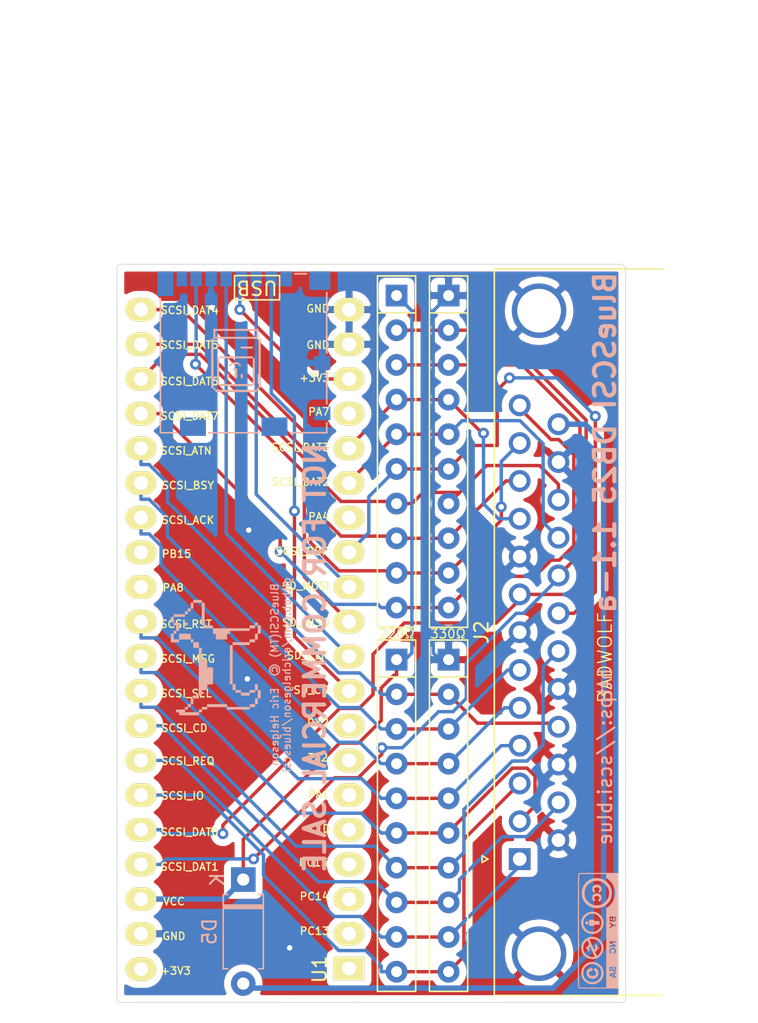
<source format=kicad_pcb>
(kicad_pcb (version 20171130) (host pcbnew "(5.1.12-1-10_14)")
  (layers (0 F.Cu signal) (31 B.Cu signal) (34 B.Paste user) (35 F.Paste user) (36 B.SilkS user) (37 F.SilkS user) (38 B.Mask user) (39 F.Mask user) (44 Edge.Cuts user))
  (net 0 "")
  (net 1 /SD_MISO)
  (net 2 GND)
  (net 3 /SD_CLK)
  (net 4 +3V3)
  (net 5 /SD_MOSI)
  (net 6 /SD_CS)
  (net 7 /SCSI_IO)
  (net 8 /SCSI_REQ)
  (net 9 /SCSI_CD)
  (net 10 /SCSI_SEL)
  (net 11 /SCSI_RST)
  (net 12 /SCSI_ACK)
  (net 13 /SCSI_BSY)
  (net 14 /SCSI_ATN)
  (net 15 /SCSI_MSG)
  (net 16 /SCSI_DBP)
  (net 17 /SCSI_DAT7)
  (net 18 /SCSI_DAT6)
  (net 19 /SCSI_DAT5)
  (net 20 /SCSI_DAT4)
  (net 21 /SCSI_DAT3)
  (net 22 /SCSI_DAT2)
  (net 23 /SCSI_DAT1)
  (net 24 /SCSI_DAT0)
  (net 25 VCC)
  (net 26 /TERM_PWR)
  (module BlueSCSILogo:dogcow (layer B.Cu) (at 95.085 124.705 270)
    (fp_text reference G001 hide)
    (fp_text value LOGO hide)
  )
  (module BlueSCSILogo:mac_happy_small (layer B.Cu) (at 96.585 102.955)
    (fp_text reference G004 hide)
    (fp_text value LOGO hide)
  )
  (module BlueSCSILogo:cc_by_nc_sa_front_silk_screen (layer B.Cu) (at 123.085 144.705 270)
    (fp_text reference G002 hide)
    (fp_text value LOGO hide)
  )
  (module blue:BluePill_STM32F103C (layer F.Cu) (at 104.835 147.414 180)
    (fp_text reference U1 (at 2.159 -0.127 270) (layer F.SilkS))
    (fp_text value BluePill_STM32F103C hide)
    (pad 40 thru_hole oval (at 15.24 -0.1016 270) (size 1.7272 2.25) (drill 1.016) (layers *.Cu *.Mask F.SilkS) (net 4 +3V3))
    (pad 39 thru_hole oval (at 15.24 2.4892 270) (size 1.7272 2.25) (drill 1.016) (layers *.Cu *.Mask F.SilkS) (net 2 GND))
    (pad 38 thru_hole oval (at 15.24 5.0292 270) (size 1.7272 2.25) (drill 1.016) (layers *.Cu *.Mask F.SilkS) (net 25 VCC))
    (pad 37 thru_hole oval (at 15.24 7.5692 270) (size 1.7272 2.25) (drill 1.016) (layers *.Cu *.Mask F.SilkS) (net 23 /SCSI_DAT1))
    (pad 36 thru_hole oval (at 15.24 10.1092 270) (size 1.7272 2.25) (drill 1.016) (layers *.Cu *.Mask F.SilkS) (net 24 /SCSI_DAT0))
    (pad 35 thru_hole oval (at 15.24 12.6492 270) (size 1.7272 2.25) (drill 1.016) (layers *.Cu *.Mask F.SilkS) (net 7 /SCSI_IO))
    (pad 34 thru_hole oval (at 15.24 15.1892 270) (size 1.7272 2.25) (drill 1.016) (layers *.Cu *.Mask F.SilkS) (net 8 /SCSI_REQ))
    (pad 33 thru_hole oval (at 15.24 17.7292 270) (size 1.7272 2.25) (drill 1.016) (layers *.Cu *.Mask F.SilkS) (net 9 /SCSI_CD))
    (pad 32 thru_hole oval (at 15.24 20.2692 270) (size 1.7272 2.25) (drill 1.016) (layers *.Cu *.Mask F.SilkS) (net 10 /SCSI_SEL))
    (pad 31 thru_hole oval (at 15.24 22.8092 270) (size 1.7272 2.25) (drill 1.016) (layers *.Cu *.Mask F.SilkS) (net 15 /SCSI_MSG))
    (pad 30 thru_hole oval (at 15.24 25.3492 270) (size 1.7272 2.25) (drill 1.016) (layers *.Cu *.Mask F.SilkS) (net 11 /SCSI_RST))
    (pad 29 thru_hole oval (at 15.24 27.8892 270) (size 1.7272 2.25) (drill 1.016) (layers *.Cu *.Mask F.SilkS))
    (pad 28 thru_hole oval (at 15.24 30.4292 270) (size 1.7272 2.25) (drill 1.016) (layers *.Cu *.Mask F.SilkS))
    (pad 27 thru_hole oval (at 15.24 32.9692 270) (size 1.7272 2.25) (drill 1.016) (layers *.Cu *.Mask F.SilkS) (net 12 /SCSI_ACK))
    (pad 26 thru_hole oval (at 15.24 35.5092 270) (size 1.7272 2.25) (drill 1.016) (layers *.Cu *.Mask F.SilkS) (net 13 /SCSI_BSY))
    (pad 25 thru_hole oval (at 15.24 38.0492 270) (size 1.7272 2.25) (drill 1.016) (layers *.Cu *.Mask F.SilkS) (net 14 /SCSI_ATN))
    (pad 24 thru_hole oval (at 15.24 40.5892 270) (size 1.7272 2.25) (drill 1.016) (layers *.Cu *.Mask F.SilkS) (net 17 /SCSI_DAT7))
    (pad 23 thru_hole oval (at 15.24 43.1292 270) (size 1.7272 2.25) (drill 1.016) (layers *.Cu *.Mask F.SilkS) (net 18 /SCSI_DAT6))
    (pad 22 thru_hole oval (at 15.24 45.6692 270) (size 1.7272 2.25) (drill 1.016) (layers *.Cu *.Mask F.SilkS) (net 19 /SCSI_DAT5))
    (pad 21 thru_hole oval (at 15.24 48.2092 270) (size 1.7272 2.25) (drill 1.016) (layers *.Cu *.Mask F.SilkS) (net 20 /SCSI_DAT4))
    (pad 20 thru_hole oval (at 0 48.2092 90) (size 1.7272 2.25) (drill 1.016) (layers *.Cu *.Mask F.SilkS) (net 2 GND))
    (pad 19 thru_hole oval (at 0 45.6692 90) (size 1.7272 2.25) (drill 1.016) (layers *.Cu *.Mask F.SilkS) (net 2 GND))
    (pad 18 thru_hole oval (at 0 43.1292 90) (size 1.7272 2.25) (drill 1.016) (layers *.Cu *.Mask F.SilkS) (net 4 +3V3))
    (pad 17 thru_hole oval (at 0 40.5892 90) (size 1.7272 2.25) (drill 1.016) (layers *.Cu *.Mask F.SilkS))
    (pad 16 thru_hole oval (at 0 38.0492 90) (size 1.7272 2.25) (drill 1.016) (layers *.Cu *.Mask F.SilkS) (net 21 /SCSI_DAT3))
    (pad 15 thru_hole oval (at 0 35.5092 90) (size 1.7272 2.25) (drill 1.016) (layers *.Cu *.Mask F.SilkS) (net 22 /SCSI_DAT2))
    (pad 14 thru_hole oval (at 0 32.9692 90) (size 1.7272 2.25) (drill 1.016) (layers *.Cu *.Mask F.SilkS))
    (pad 13 thru_hole oval (at 0 30.4292 90) (size 1.7272 2.25) (drill 1.016) (layers *.Cu *.Mask F.SilkS) (net 16 /SCSI_DBP))
    (pad 12 thru_hole oval (at 0 27.8892 90) (size 1.7272 2.25) (drill 1.016) (layers *.Cu *.Mask F.SilkS) (net 5 /SD_MOSI))
    (pad 11 thru_hole oval (at 0 25.3492 90) (size 1.7272 2.25) (drill 1.016) (layers *.Cu *.Mask F.SilkS) (net 1 /SD_MISO))
    (pad 10 thru_hole oval (at 0 22.8092 90) (size 1.7272 2.25) (drill 1.016) (layers *.Cu *.Mask F.SilkS) (net 3 /SD_CLK))
    (pad 9 thru_hole oval (at 0 20.2692 90) (size 1.7272 2.25) (drill 1.016) (layers *.Cu *.Mask F.SilkS) (net 6 /SD_CS))
    (pad 8 thru_hole oval (at 0 17.7292 90) (size 1.7272 2.25) (drill 1.016) (layers *.Cu *.Mask F.SilkS))
    (pad 7 thru_hole oval (at 0 15.1892 90) (size 1.7272 2.25) (drill 1.016) (layers *.Cu *.Mask F.SilkS))
    (pad 6 thru_hole oval (at 0 12.6492 90) (size 1.7272 2.25) (drill 1.016) (layers *.Cu *.Mask F.SilkS))
    (pad 5 thru_hole oval (at 0 10.1092 90) (size 1.7272 2.25) (drill 1.016) (layers *.Cu *.Mask F.SilkS))
    (pad 4 thru_hole oval (at 0 7.5692 90) (size 1.7272 2.25) (drill 1.016) (layers *.Cu *.Mask F.SilkS))
    (pad 3 thru_hole oval (at 0 5.0292 90) (size 1.7272 2.25) (drill 1.016) (layers *.Cu *.Mask F.SilkS))
    (pad 2 thru_hole oval (at 0 2.4892 90) (size 1.7272 2.25) (drill 1.016) (layers *.Cu *.Mask F.SilkS))
    (pad 1 thru_hole rect (at 0 -0.0508 90) (size 1.7272 2.25) (drill 1.016) (layers *.Cu *.Mask F.SilkS))
  )
  (module Connector_Card:microSD_HC_Molex_104031-0811 (layer B.Cu) (at 97.13 102.405 180)
    (fp_text reference J5 hide)
    (fp_text value Micro_SD_Card)
    (pad 11 smd rect (at 3.73 -5.375 180) (size 1.9 1.35) (layers B.Cu B.Paste B.Mask))
    (pad 11 smd rect (at -2.24 -5.375 180) (size 1.9 1.35) (layers B.Cu B.Paste B.Mask))
    (pad 9 smd rect (at -5.74 -0.7 180) (size 1.2 1) (layers B.Cu B.Paste B.Mask) (net 2 GND))
    (pad 10 smd rect (at -5.74 -4.4 180) (size 1.2 1) (layers B.Cu B.Paste B.Mask))
    (pad 11 smd rect (at -5.565 5.325 180) (size 1.55 1.35) (layers B.Cu B.Paste B.Mask))
    (pad 11 smd rect (at 5.755 5.1 180) (size 1.17 1.8) (layers B.Cu B.Paste B.Mask))
    (pad 7 smd rect (at 3.495 5.45 180) (size 0.85 1.1) (layers B.Cu B.Paste B.Mask) (net 1 /SD_MISO))
    (pad 6 smd rect (at 2.395 5.45 180) (size 0.85 1.1) (layers B.Cu B.Paste B.Mask) (net 2 GND))
    (pad 5 smd rect (at 1.295 5.45 180) (size 0.85 1.1) (layers B.Cu B.Paste B.Mask) (net 3 /SD_CLK))
    (pad 4 smd rect (at 0.195 5.45 180) (size 0.85 1.1) (layers B.Cu B.Paste B.Mask) (net 4 +3V3))
    (pad 3 smd rect (at -0.905 5.45 180) (size 0.85 1.1) (layers B.Cu B.Paste B.Mask) (net 5 /SD_MOSI))
    (pad 2 smd rect (at -2.005 5.45 180) (size 0.85 1.1) (layers B.Cu B.Paste B.Mask) (net 6 /SD_CS))
    (pad 8 smd rect (at 4.545 5.45 180) (size 0.75 1.1) (layers B.Cu B.Paste B.Mask))
    (pad 1 smd rect (at -3.105 5.45 180) (size 0.85 1.1) (layers B.Cu B.Paste B.Mask))
  )
  (module Resistor_THT:R_Array_SIP10 (layer F.Cu) (at 108.315 98.175 270)
    (fp_text reference RN1 hide)
    (fp_text value 220)
    (pad 1 thru_hole rect (at 0 0 270) (size 1.6 1.6) (drill 0.8) (layers *.Cu *.Mask) (net 25 VCC))
    (pad 2 thru_hole oval (at 2.54 0 270) (size 1.6 1.6) (drill 0.8) (layers *.Cu *.Mask) (net 24 /SCSI_DAT0))
    (pad 3 thru_hole oval (at 5.08 0 270) (size 1.6 1.6) (drill 0.8) (layers *.Cu *.Mask) (net 23 /SCSI_DAT1))
    (pad 4 thru_hole oval (at 7.62 0 270) (size 1.6 1.6) (drill 0.8) (layers *.Cu *.Mask) (net 21 /SCSI_DAT3))
    (pad 5 thru_hole oval (at 10.16 0 270) (size 1.6 1.6) (drill 0.8) (layers *.Cu *.Mask) (net 22 /SCSI_DAT2))
    (pad 6 thru_hole oval (at 12.7 0 270) (size 1.6 1.6) (drill 0.8) (layers *.Cu *.Mask) (net 16 /SCSI_DBP))
    (pad 7 thru_hole oval (at 15.24 0 270) (size 1.6 1.6) (drill 0.8) (layers *.Cu *.Mask) (net 20 /SCSI_DAT4))
    (pad 8 thru_hole oval (at 17.78 0 270) (size 1.6 1.6) (drill 0.8) (layers *.Cu *.Mask) (net 19 /SCSI_DAT5))
    (pad 9 thru_hole oval (at 20.32 0 270) (size 1.6 1.6) (drill 0.8) (layers *.Cu *.Mask) (net 18 /SCSI_DAT6))
    (pad 10 thru_hole oval (at 22.86 0 270) (size 1.6 1.6) (drill 0.8) (layers *.Cu *.Mask) (net 17 /SCSI_DAT7))
  )
  (module Resistor_THT:R_Array_SIP10 (layer F.Cu) (at 112.125 98.175 270)
    (fp_text reference RN2 hide)
    (fp_text value 330)
    (pad 1 thru_hole rect (at 0 0 270) (size 1.6 1.6) (drill 0.8) (layers *.Cu *.Mask) (net 2 GND))
    (pad 2 thru_hole oval (at 2.54 0 270) (size 1.6 1.6) (drill 0.8) (layers *.Cu *.Mask) (net 24 /SCSI_DAT0))
    (pad 3 thru_hole oval (at 5.08 0 270) (size 1.6 1.6) (drill 0.8) (layers *.Cu *.Mask) (net 23 /SCSI_DAT1))
    (pad 4 thru_hole oval (at 7.62 0 270) (size 1.6 1.6) (drill 0.8) (layers *.Cu *.Mask) (net 21 /SCSI_DAT3))
    (pad 5 thru_hole oval (at 10.16 0 270) (size 1.6 1.6) (drill 0.8) (layers *.Cu *.Mask) (net 22 /SCSI_DAT2))
    (pad 6 thru_hole oval (at 12.7 0 270) (size 1.6 1.6) (drill 0.8) (layers *.Cu *.Mask) (net 16 /SCSI_DBP))
    (pad 7 thru_hole oval (at 15.24 0 270) (size 1.6 1.6) (drill 0.8) (layers *.Cu *.Mask) (net 20 /SCSI_DAT4))
    (pad 8 thru_hole oval (at 17.78 0 270) (size 1.6 1.6) (drill 0.8) (layers *.Cu *.Mask) (net 19 /SCSI_DAT5))
    (pad 9 thru_hole oval (at 20.32 0 270) (size 1.6 1.6) (drill 0.8) (layers *.Cu *.Mask) (net 18 /SCSI_DAT6))
    (pad 10 thru_hole oval (at 22.86 0 270) (size 1.6 1.6) (drill 0.8) (layers *.Cu *.Mask) (net 17 /SCSI_DAT7))
  )
  (module Resistor_THT:R_Array_SIP10 (layer F.Cu) (at 108.315 124.845 270)
    (fp_text reference RN3 hide)
    (fp_text value 220)
    (pad 10 thru_hole oval (at 22.86 0 270) (size 1.6 1.6) (drill 0.8) (layers *.Cu *.Mask) (net 7 /SCSI_IO))
    (pad 9 thru_hole oval (at 20.32 0 270) (size 1.6 1.6) (drill 0.8) (layers *.Cu *.Mask) (net 8 /SCSI_REQ))
    (pad 8 thru_hole oval (at 17.78 0 270) (size 1.6 1.6) (drill 0.8) (layers *.Cu *.Mask) (net 9 /SCSI_CD))
    (pad 7 thru_hole oval (at 15.24 0 270) (size 1.6 1.6) (drill 0.8) (layers *.Cu *.Mask) (net 10 /SCSI_SEL))
    (pad 6 thru_hole oval (at 12.7 0 270) (size 1.6 1.6) (drill 0.8) (layers *.Cu *.Mask) (net 15 /SCSI_MSG))
    (pad 5 thru_hole oval (at 10.16 0 270) (size 1.6 1.6) (drill 0.8) (layers *.Cu *.Mask) (net 11 /SCSI_RST))
    (pad 4 thru_hole oval (at 7.62 0 270) (size 1.6 1.6) (drill 0.8) (layers *.Cu *.Mask) (net 12 /SCSI_ACK))
    (pad 3 thru_hole oval (at 5.08 0 270) (size 1.6 1.6) (drill 0.8) (layers *.Cu *.Mask) (net 13 /SCSI_BSY))
    (pad 2 thru_hole oval (at 2.54 0 270) (size 1.6 1.6) (drill 0.8) (layers *.Cu *.Mask) (net 14 /SCSI_ATN))
    (pad 1 thru_hole rect (at 0 0 270) (size 1.6 1.6) (drill 0.8) (layers *.Cu *.Mask) (net 25 VCC))
  )
  (module Resistor_THT:R_Array_SIP10 (layer F.Cu) (at 112.125 124.845 270)
    (fp_text reference RN4 hide)
    (fp_text value 330)
    (pad 10 thru_hole oval (at 22.86 0 270) (size 1.6 1.6) (drill 0.8) (layers *.Cu *.Mask) (net 7 /SCSI_IO))
    (pad 9 thru_hole oval (at 20.32 0 270) (size 1.6 1.6) (drill 0.8) (layers *.Cu *.Mask) (net 8 /SCSI_REQ))
    (pad 8 thru_hole oval (at 17.78 0 270) (size 1.6 1.6) (drill 0.8) (layers *.Cu *.Mask) (net 9 /SCSI_CD))
    (pad 7 thru_hole oval (at 15.24 0 270) (size 1.6 1.6) (drill 0.8) (layers *.Cu *.Mask) (net 10 /SCSI_SEL))
    (pad 6 thru_hole oval (at 12.7 0 270) (size 1.6 1.6) (drill 0.8) (layers *.Cu *.Mask) (net 15 /SCSI_MSG))
    (pad 5 thru_hole oval (at 10.16 0 270) (size 1.6 1.6) (drill 0.8) (layers *.Cu *.Mask) (net 11 /SCSI_RST))
    (pad 4 thru_hole oval (at 7.62 0 270) (size 1.6 1.6) (drill 0.8) (layers *.Cu *.Mask) (net 12 /SCSI_ACK))
    (pad 3 thru_hole oval (at 5.08 0 270) (size 1.6 1.6) (drill 0.8) (layers *.Cu *.Mask) (net 13 /SCSI_BSY))
    (pad 2 thru_hole oval (at 2.54 0 270) (size 1.6 1.6) (drill 0.8) (layers *.Cu *.Mask) (net 14 /SCSI_ATN))
    (pad 1 thru_hole rect (at 0 0 270) (size 1.6 1.6) (drill 0.8) (layers *.Cu *.Mask) (net 2 GND))
  )
  (module Diode_THT:D_A-405_P7.62mm_Horizontal (layer B.Cu) (at 97.085 140.955 270)
    (fp_text reference D5 (at 3.81 2.47 270) (layer B.SilkS) (effects (justify mirror)))
    (fp_text value Diode)
    (fp_text user K (at 0 1.9 270) (layer B.SilkS) (effects (justify mirror)))
    (pad 1 thru_hole rect (at 0 0 270) (size 1.8 1.8) (drill 0.9) (layers *.Cu *.Mask) (net 25 VCC))
    (pad 2 thru_hole oval (at 7.62 0 270) (size 1.8 1.8) (drill 0.9) (layers *.Cu *.Mask) (net 26 /TERM_PWR))
  )
  (module Connector_Dsub:DSUB-25_Male_Horizontal_P2.77x2.84mm_EdgePinOffset7.70mm_Housed_MountingHolesOffset9.12mm (layer F.Cu) (at 117.335 139.455 90)
    (fp_text reference J2 (at 16.62 -2.8 90) (layer F.SilkS))
    (fp_text value DB25_Male_MountingHoles)
    (pad 1 thru_hole rect (at 0 0 90) (size 1.6 1.6) (drill 1) (layers *.Cu *.Mask) (net 8 /SCSI_REQ))
    (pad 2 thru_hole circle (at 2.77 0 90) (size 1.6 1.6) (drill 1) (layers *.Cu *.Mask) (net 15 /SCSI_MSG))
    (pad 3 thru_hole circle (at 5.54 0 90) (size 1.6 1.6) (drill 1) (layers *.Cu *.Mask) (net 7 /SCSI_IO))
    (pad 4 thru_hole circle (at 8.31 0 90) (size 1.6 1.6) (drill 1) (layers *.Cu *.Mask) (net 11 /SCSI_RST))
    (pad 5 thru_hole circle (at 11.08 0 90) (size 1.6 1.6) (drill 1) (layers *.Cu *.Mask) (net 12 /SCSI_ACK))
    (pad 6 thru_hole circle (at 13.85 0 90) (size 1.6 1.6) (drill 1) (layers *.Cu *.Mask) (net 13 /SCSI_BSY))
    (pad 7 thru_hole circle (at 16.62 0 90) (size 1.6 1.6) (drill 1) (layers *.Cu *.Mask) (net 2 GND))
    (pad 8 thru_hole circle (at 19.39 0 90) (size 1.6 1.6) (drill 1) (layers *.Cu *.Mask) (net 24 /SCSI_DAT0))
    (pad 9 thru_hole circle (at 22.16 0 90) (size 1.6 1.6) (drill 1) (layers *.Cu *.Mask) (net 2 GND))
    (pad 10 thru_hole circle (at 24.93 0 90) (size 1.6 1.6) (drill 1) (layers *.Cu *.Mask) (net 21 /SCSI_DAT3))
    (pad 11 thru_hole circle (at 27.7 0 90) (size 1.6 1.6) (drill 1) (layers *.Cu *.Mask) (net 19 /SCSI_DAT5))
    (pad 12 thru_hole circle (at 30.47 0 90) (size 1.6 1.6) (drill 1) (layers *.Cu *.Mask) (net 18 /SCSI_DAT6))
    (pad 13 thru_hole circle (at 33.24 0 90) (size 1.6 1.6) (drill 1) (layers *.Cu *.Mask) (net 17 /SCSI_DAT7))
    (pad 14 thru_hole circle (at 1.385 2.84 90) (size 1.6 1.6) (drill 1) (layers *.Cu *.Mask) (net 2 GND))
    (pad 15 thru_hole circle (at 4.155 2.84 90) (size 1.6 1.6) (drill 1) (layers *.Cu *.Mask) (net 9 /SCSI_CD))
    (pad 16 thru_hole circle (at 6.925 2.84 90) (size 1.6 1.6) (drill 1) (layers *.Cu *.Mask) (net 2 GND))
    (pad 17 thru_hole circle (at 9.695 2.84 90) (size 1.6 1.6) (drill 1) (layers *.Cu *.Mask) (net 14 /SCSI_ATN))
    (pad 18 thru_hole circle (at 12.465 2.84 90) (size 1.6 1.6) (drill 1) (layers *.Cu *.Mask) (net 2 GND))
    (pad 19 thru_hole circle (at 15.235 2.84 90) (size 1.6 1.6) (drill 1) (layers *.Cu *.Mask) (net 10 /SCSI_SEL))
    (pad 20 thru_hole circle (at 18.005 2.84 90) (size 1.6 1.6) (drill 1) (layers *.Cu *.Mask) (net 16 /SCSI_DBP))
    (pad 21 thru_hole circle (at 20.775 2.84 90) (size 1.6 1.6) (drill 1) (layers *.Cu *.Mask) (net 23 /SCSI_DAT1))
    (pad 22 thru_hole circle (at 23.545 2.84 90) (size 1.6 1.6) (drill 1) (layers *.Cu *.Mask) (net 22 /SCSI_DAT2))
    (pad 23 thru_hole circle (at 26.315 2.84 90) (size 1.6 1.6) (drill 1) (layers *.Cu *.Mask) (net 20 /SCSI_DAT4))
    (pad 24 thru_hole circle (at 29.085 2.84 90) (size 1.6 1.6) (drill 1) (layers *.Cu *.Mask) (net 2 GND))
    (pad 25 thru_hole circle (at 31.855 2.84 90) (size 1.6 1.6) (drill 1) (layers *.Cu *.Mask) (net 26 /TERM_PWR))
    (pad 0 thru_hole circle (at -6.93 1.42 90) (size 4 4) (drill 3.2) (layers *.Cu *.Mask) (net 2 GND))
    (pad 0 thru_hole circle (at 40.17 1.42 90) (size 4 4) (drill 3.2) (layers *.Cu *.Mask) (net 2 GND))
  )
  (gr_text SCSI_ACK (at 93.027 114.622) (layer F.SilkS) (effects (font (size 0.55 0.55) (thickness 0.1))))
  (gr_arc (start 124.841 149.705) (end 124.841 149.959) (angle -90) (layer Edge.Cuts) (width 0.05))
  (gr_arc (start 88.085 149.701) (end 87.831 149.701) (angle -90) (layer Edge.Cuts) (width 0.05))
  (gr_arc (start 88.089 96.139) (end 88.089 95.885) (angle -90) (layer Edge.Cuts) (width 0.05))
  (gr_arc (start 124.714 96.266) (end 125.095 96.266) (angle -90) (layer Edge.Cuts) (width 0.05))
  (gr_text PA1 (at 102.6195 134.692) (layer F.SilkS) (effects (font (size 0.55 0.55) (thickness 0.1))))
  (gr_text PA7 (at 102.6195 106.6885) (layer F.SilkS) (effects (font (size 0.55 0.55) (thickness 0.1))))
  (gr_text PA4 (at 102.6195 114.372) (layer F.SilkS) (effects (font (size 0.55 0.55) (thickness 0.1))))
  (gr_text PA8 (at 91.9475 119.575) (layer F.SilkS) (effects (font (size 0.55 0.55) (thickness 0.1))))
  (gr_text PB15 (at 92.2015 117.0985) (layer F.SilkS) (effects (font (size 0.55 0.55) (thickness 0.1))))
  (gr_text PC15 (at 102.2385 139.7085) (layer F.SilkS) (effects (font (size 0.55 0.55) (thickness 0.1))))
  (gr_text PC14 (at 102.302 142.185) (layer F.SilkS) (effects (font (size 0.55 0.55) (thickness 0.1))))
  (gr_text PC13 (at 102.302 144.725) (layer F.SilkS) (effects (font (size 0.55 0.55) (thickness 0.1))))
  (gr_text RX2 (at 102.556 129.485) (layer F.SilkS) (effects (font (size 0.55 0.55) (thickness 0.1))))
  (gr_text TX2 (at 102.556 132.025) (layer F.SilkS) (effects (font (size 0.55 0.55) (thickness 0.1))))
  (gr_text VCC (at 92.011 142.562) (layer F.SilkS) (effects (font (size 0.55 0.55) (thickness 0.1))))
  (gr_text GND (at 92.011 145.102) (layer F.SilkS) (effects (font (size 0.55 0.55) (thickness 0.1))))
  (gr_text +3V3 (at 92.138 147.642) (layer F.SilkS) (effects (font (size 0.55 0.55) (thickness 0.1))))
  (gr_text GND (at 102.556 99.132) (layer F.SilkS) (effects (font (size 0.55 0.55) (thickness 0.1))))
  (gr_text GND (at 102.556 101.799) (layer F.SilkS) (effects (font (size 0.55 0.55) (thickness 0.1))))
  (gr_text +3V3 (at 102.302 104.212) (layer F.SilkS) (effects (font (size 0.55 0.55) (thickness 0.1))))
  (gr_text SCSI_DAT3 (at 101.286 109.292) (layer F.SilkS) (effects (font (size 0.55 0.55) (thickness 0.1))))
  (gr_text SCSI_DAT2 (at 101.286 111.832) (layer F.SilkS) (effects (font (size 0.55 0.55) (thickness 0.1))))
  (gr_text SCSI_DBP (at 101.413 116.912) (layer F.SilkS) (effects (font (size 0.55 0.55) (thickness 0.1))))
  (gr_text SD_MOSI (at 101.667 119.452) (layer F.SilkS) (effects (font (size 0.55 0.55) (thickness 0.1))))
  (gr_text SD_MISO (at 101.667 122.119) (layer F.SilkS) (effects (font (size 0.55 0.55) (thickness 0.1))))
  (gr_text SD_CLK (at 101.794 124.532) (layer F.SilkS) (effects (font (size 0.55 0.55) (thickness 0.1))))
  (gr_text SD_CS (at 102.048 127.072) (layer F.SilkS) (effects (font (size 0.55 0.55) (thickness 0.1))))
  (gr_text LED (at 102.683 137.232) (layer F.SilkS) (effects (font (size 0.55 0.55) (thickness 0.1))))
  (gr_text SCSI_DAT1 (at 93.154 140.022) (layer F.SilkS) (effects (font (size 0.55 0.55) (thickness 0.1))))
  (gr_text SCSI_DAT0 (at 93.154 137.482) (layer F.SilkS) (effects (font (size 0.55 0.55) (thickness 0.1))))
  (gr_text SCSI_IO (at 92.646 134.815) (layer F.SilkS) (effects (font (size 0.55 0.55) (thickness 0.1))))
  (gr_text SCSI_REQ (at 93.027 132.275) (layer F.SilkS) (effects (font (size 0.55 0.55) (thickness 0.1))))
  (gr_text SCSI_CD (at 92.773 129.862) (layer F.SilkS) (effects (font (size 0.55 0.55) (thickness 0.1))))
  (gr_text SCSI_SEL (at 92.9 127.322) (layer F.SilkS) (effects (font (size 0.55 0.55) (thickness 0.1))))
  (gr_text SCSI_MSG (at 93.027 124.782) (layer F.SilkS) (effects (font (size 0.55 0.55) (thickness 0.1))))
  (gr_text SCSI_RST (at 92.9 122.242) (layer F.SilkS) (effects (font (size 0.55 0.55) (thickness 0.1))))
  (gr_text SCSI_BSY (at 93.027 112.082) (layer F.SilkS) (effects (font (size 0.55 0.55) (thickness 0.1))))
  (gr_text SCSI_ATN (at 92.9 109.542) (layer F.SilkS) (effects (font (size 0.55 0.55) (thickness 0.1))))
  (gr_text SCSI_DAT7 (at 93.154 107.002) (layer F.SilkS) (effects (font (size 0.55 0.55) (thickness 0.1))))
  (gr_text SCSI_DAT6 (at 93.154 104.462) (layer F.SilkS) (effects (font (size 0.55 0.55) (thickness 0.1))))
  (gr_text SCSI_DAT5 (at 93.154 101.795) (layer F.SilkS) (effects (font (size 0.55 0.55) (thickness 0.1))))
  (gr_text SCSI_DAT4 (at 93.154 99.255) (layer F.SilkS) (effects (font (size 0.55 0.55) (thickness 0.1))))
  (gr_text "BlueSCSI(TM) ©  Eric Helgeson\ngithub.com/erichelgeson/bluescsi" (at 99.835 125.955 90) (layer B.SilkS) (effects (font (size 0.55 0.55) (thickness 0.1)) (justify mirror)))
  (gr_line (start 99.746 96.711) (end 99.746 98.489) (layer F.SilkS) (width 0.12))
  (gr_line (start 96.5075 96.711) (end 99.746 96.711) (layer F.SilkS) (width 0.12))
  (gr_line (start 96.444 98.489) (end 99.746 98.489) (layer F.SilkS) (width 0.12))
  (gr_line (start 96.444 96.711) (end 96.444 98.489) (layer F.SilkS) (width 0.12))
  (gr_text https://scsi.blue (at 123.585 131.955 90) (layer B.SilkS) (effects (font (size 1 1)) (justify mirror)))
  (gr_text "BADWOLF\n" (at 123.585 124.705 90) (layer F.SilkS) (effects (font (size 1 1) (thickness 0.1))))
  (gr_text "NOT FOR COMMERCIAL SALE" (at 102.335 124.705 90) (layer B.SilkS) (effects (font (size 1.5 1.5) (thickness 0.3)) (justify mirror)))
  (gr_text USB (at 98.095 97.6 180) (layer F.SilkS) (effects (font (size 1 1))))
  (gr_text 330Ω (at 112.085 122.955) (layer F.SilkS) (effects (font (size 0.65 0.65) (thickness 0.1))))
  (gr_text 220Ω (at 108.335 122.955) (layer F.SilkS) (effects (font (size 0.65 0.65) (thickness 0.1))))
  (gr_line (start 124.841 149.959) (end 88.085 149.955) (layer Edge.Cuts) (width 0.05))
  (gr_line (start 124.714 95.885) (end 88.089 95.885) (layer Edge.Cuts) (width 0.05))
  (gr_line (start 125.095 149.705) (end 125.095 96.266) (layer Edge.Cuts) (width 0.05))
  (gr_line (start 87.831 149.701) (end 87.835 96.139) (layer Edge.Cuts) (width 0.05))
  (gr_text "BlueSCSI DB25 1.1-a" (at 123.585 108.955 90) (layer B.SilkS) (effects (font (size 1.5 1.5) (thickness 0.3)) (justify mirror)))
  (segment (start 104.8349 122.0649) (end 104.835 122.065) (width 0.25) (layer F.Cu) (net 1))
  (segment (start 93.585 103.205) (end 101.56 111.18) (width 0.25) (layer F.Cu) (net 1))
  (segment (start 101.56 111.18) (end 101.56 118.79) (width 0.25) (layer F.Cu) (net 1))
  (segment (start 101.56 118.79) (end 104.8349 122.0649) (width 0.25) (layer F.Cu) (net 1))
  (segment (start 104.835 122.0648) (end 104.8349 122.0649) (width 0.25) (layer F.Cu) (net 1))
  (segment (start 93.635 96.955) (end 93.635 103.155) (width 0.25) (layer B.Cu) (net 1))
  (segment (start 93.635 103.155) (end 93.585 103.205) (width 0.25) (layer B.Cu) (net 1))
  (via (at 93.585 103.205) (size 0.8) (layers F.Cu B.Cu) (net 1))
  (via (at 100.485 145.955) (size 0.8) (drill 0.4) (layers F.Cu B.Cu) (net 2))
  (segment (start 117.335 117.295) (end 117.335 116.955) (width 0.25) (layer F.Cu) (net 2))
  (segment (start 112.125 98.175) (end 111 99.3) (width 0.25) (layer B.Cu) (net 2))
  (segment (start 111 99.3) (end 111 124.356) (width 0.25) (layer B.Cu) (net 2))
  (segment (start 111 124.356) (end 111.807 125.163) (width 0.25) (layer B.Cu) (net 2))
  (via (at 94.785 99.055) (size 0.8) (drill 0.4) (layers F.Cu B.Cu) (net 2))
  (via (at 97.385 126.255) (size 0.8) (drill 0.4) (layers F.Cu B.Cu) (net 2))
  (via (at 97.485 115.355) (size 0.8) (drill 0.4) (layers F.Cu B.Cu) (net 2))
  (segment (start 104.8349 124.6049) (end 104.835 124.605) (width 0.25) (layer B.Cu) (net 3))
  (segment (start 95.835 96.955) (end 95.835 115.605) (width 0.25) (layer B.Cu) (net 3))
  (segment (start 95.835 115.605) (end 104.8349 124.6049) (width 0.25) (layer B.Cu) (net 3))
  (segment (start 104.835 124.6048) (end 104.8349 124.6049) (width 0.25) (layer B.Cu) (net 3))
  (segment (start 104.8348 104.285) (end 104.835 104.2848) (width 0.25) (layer F.Cu) (net 4))
  (segment (start 104.8348 104.285) (end 101.915 104.285) (width 0.25) (layer F.Cu) (net 4))
  (segment (start 101.915 104.285) (end 96.835 99.205) (width 0.25) (layer F.Cu) (net 4))
  (segment (start 104.835 104.285) (end 104.8348 104.285) (width 0.25) (layer F.Cu) (net 4))
  (segment (start 96.835 99.205) (end 96.835 97.055) (width 0.25) (layer B.Cu) (net 4))
  (segment (start 96.835 97.055) (end 96.935 96.955) (width 0.25) (layer B.Cu) (net 4))
  (via (at 96.835 99.205) (size 0.8) (layers F.Cu B.Cu) (net 4))
  (segment (start 104.8349 119.5249) (end 104.835 119.525) (width 0.25) (layer B.Cu) (net 5))
  (segment (start 98.035 96.955) (end 98.035 112.725) (width 0.25) (layer B.Cu) (net 5))
  (segment (start 98.035 112.725) (end 104.8349 119.5249) (width 0.25) (layer B.Cu) (net 5))
  (segment (start 104.835 119.5248) (end 104.8349 119.5249) (width 0.25) (layer B.Cu) (net 5))
  (segment (start 104.8349 127.1449) (end 104.835 127.145) (width 0.25) (layer F.Cu) (net 6))
  (segment (start 100.835 113.955) (end 100.835 123.145) (width 0.25) (layer F.Cu) (net 6))
  (segment (start 100.835 123.145) (end 104.8349 127.1449) (width 0.25) (layer F.Cu) (net 6))
  (segment (start 104.835 127.1448) (end 104.8349 127.1449) (width 0.25) (layer F.Cu) (net 6))
  (segment (start 99.135 96.955) (end 99.135 105.335) (width 0.25) (layer B.Cu) (net 6))
  (segment (start 99.135 105.335) (end 100.835 107.035) (width 0.25) (layer B.Cu) (net 6))
  (segment (start 100.835 107.035) (end 100.835 113.955) (width 0.25) (layer B.Cu) (net 6))
  (via (at 100.835 113.955) (size 0.8) (layers F.Cu B.Cu) (net 6))
  (segment (start 107.1897 147.705) (end 107.1897 147.283) (width 0.25) (layer B.Cu) (net 7))
  (segment (start 107.1897 147.283) (end 106.0621 146.1554) (width 0.25) (layer B.Cu) (net 7))
  (segment (start 106.0621 146.1554) (end 104.0759 146.1554) (width 0.25) (layer B.Cu) (net 7))
  (segment (start 104.0759 146.1554) (end 98.5691 140.6486) (width 0.25) (layer B.Cu) (net 7))
  (segment (start 98.5691 140.6486) (end 98.5691 139.1414) (width 0.25) (layer B.Cu) (net 7))
  (segment (start 98.5691 139.1414) (end 94.1925 134.7648) (width 0.25) (layer B.Cu) (net 7))
  (segment (start 94.1925 134.7648) (end 89.595 134.7648) (width 0.25) (layer B.Cu) (net 7))
  (segment (start 108.315 147.705) (end 107.1897 147.705) (width 0.25) (layer B.Cu) (net 7))
  (segment (start 117.335 133.915) (end 113.25 138) (width 0.25) (layer F.Cu) (net 7))
  (segment (start 113.25 138) (end 113.25 146.58) (width 0.25) (layer F.Cu) (net 7))
  (segment (start 113.25 146.58) (end 112.125 147.705) (width 0.25) (layer F.Cu) (net 7))
  (segment (start 108.315 147.705) (end 112.125 147.705) (width 0.25) (layer F.Cu) (net 7))
  (segment (start 107.1897 145.165) (end 105.6795 143.6548) (width 0.25) (layer B.Cu) (net 8))
  (segment (start 105.6795 143.6548) (end 103.7194 143.6548) (width 0.25) (layer B.Cu) (net 8))
  (segment (start 103.7194 143.6548) (end 92.2894 132.2248) (width 0.25) (layer B.Cu) (net 8))
  (segment (start 92.2894 132.2248) (end 89.595 132.2248) (width 0.25) (layer B.Cu) (net 8))
  (segment (start 108.315 145.165) (end 107.1897 145.165) (width 0.25) (layer B.Cu) (net 8))
  (segment (start 112.125 145.165) (end 117.335 139.955) (width 0.25) (layer B.Cu) (net 8))
  (segment (start 117.335 139.955) (end 117.335 139.455) (width 0.25) (layer B.Cu) (net 8))
  (segment (start 108.315 145.165) (end 112.125 145.165) (width 0.25) (layer F.Cu) (net 8))
  (segment (start 108.264 142.574) (end 106.8048 141.1148) (width 0.25) (layer B.Cu) (net 9))
  (segment (start 106.8048 141.1148) (end 102.575 141.1148) (width 0.25) (layer B.Cu) (net 9))
  (segment (start 102.575 141.1148) (end 91.145 129.6848) (width 0.25) (layer B.Cu) (net 9))
  (segment (start 91.145 129.6848) (end 89.595 129.6848) (width 0.25) (layer B.Cu) (net 9))
  (segment (start 108.264 142.574) (end 108.315 142.625) (width 0.25) (layer B.Cu) (net 9))
  (segment (start 112.125 142.625) (end 112.925 141.825) (width 0.25) (layer B.Cu) (net 9))
  (segment (start 112.925 141.825) (end 112.925 140.95) (width 0.25) (layer B.Cu) (net 9))
  (segment (start 112.925 140.95) (end 116.065 137.81) (width 0.25) (layer B.Cu) (net 9))
  (segment (start 116.065 137.81) (end 117.875 137.81) (width 0.25) (layer B.Cu) (net 9))
  (segment (start 117.875 137.81) (end 120.175 135.51) (width 0.25) (layer B.Cu) (net 9))
  (segment (start 120.175 135.51) (end 120.175 135.3) (width 0.25) (layer B.Cu) (net 9))
  (segment (start 108.315 142.625) (end 112.125 142.625) (width 0.25) (layer F.Cu) (net 9))
  (segment (start 89.595 127.1448) (end 89.595 128.3337) (width 0.25) (layer B.Cu) (net 10))
  (segment (start 89.595 128.3337) (end 90.7839 128.3337) (width 0.25) (layer B.Cu) (net 10))
  (segment (start 90.7839 128.3337) (end 100.9591 138.5089) (width 0.25) (layer B.Cu) (net 10))
  (segment (start 100.9591 138.5089) (end 106.7389 138.5089) (width 0.25) (layer B.Cu) (net 10))
  (segment (start 106.7389 138.5089) (end 108.264 140.034) (width 0.25) (layer B.Cu) (net 10))
  (segment (start 112.125 140.085) (end 113.25 138.96) (width 0.25) (layer B.Cu) (net 10))
  (segment (start 113.25 138.96) (end 113.25 135.815) (width 0.25) (layer B.Cu) (net 10))
  (segment (start 113.25 135.815) (end 116.795 132.27) (width 0.25) (layer B.Cu) (net 10))
  (segment (start 116.795 132.27) (end 117.875 132.27) (width 0.25) (layer B.Cu) (net 10))
  (segment (start 117.875 132.27) (end 119.05 131.095) (width 0.25) (layer B.Cu) (net 10))
  (segment (start 119.05 131.095) (end 119.05 125.345) (width 0.25) (layer B.Cu) (net 10))
  (segment (start 119.05 125.345) (end 120.175 124.22) (width 0.25) (layer B.Cu) (net 10))
  (segment (start 108.315 140.085) (end 112.125 140.085) (width 0.25) (layer F.Cu) (net 10))
  (segment (start 108.264 140.034) (end 108.315 140.085) (width 0.25) (layer B.Cu) (net 10))
  (segment (start 89.595 122.0648) (end 89.595 123.2537) (width 0.25) (layer B.Cu) (net 11))
  (segment (start 108.315 135.005) (end 107.1897 135.005) (width 0.25) (layer B.Cu) (net 11))
  (segment (start 107.1897 135.005) (end 105.7469 133.5622) (width 0.25) (layer B.Cu) (net 11))
  (segment (start 105.7469 133.5622) (end 101.0924 133.5622) (width 0.25) (layer B.Cu) (net 11))
  (segment (start 101.0924 133.5622) (end 90.7839 123.2537) (width 0.25) (layer B.Cu) (net 11))
  (segment (start 90.7839 123.2537) (end 89.595 123.2537) (width 0.25) (layer B.Cu) (net 11))
  (segment (start 117.335 131.145) (end 115.985 131.145) (width 0.25) (layer B.Cu) (net 11))
  (segment (start 115.985 131.145) (end 112.125 135.005) (width 0.25) (layer B.Cu) (net 11))
  (segment (start 108.315 135.005) (end 112.125 135.005) (width 0.25) (layer F.Cu) (net 11))
  (segment (start 89.595 114.4448) (end 89.595 115.6337) (width 0.25) (layer B.Cu) (net 12))
  (segment (start 108.315 132.465) (end 107.1897 132.465) (width 0.25) (layer B.Cu) (net 12))
  (segment (start 107.1897 132.465) (end 105.6232 130.8985) (width 0.25) (layer B.Cu) (net 12))
  (segment (start 105.6232 130.8985) (end 104.0682 130.8985) (width 0.25) (layer B.Cu) (net 12))
  (segment (start 104.0682 130.8985) (end 91.0687 117.899) (width 0.25) (layer B.Cu) (net 12))
  (segment (start 91.0687 117.899) (end 91.0687 116.513) (width 0.25) (layer B.Cu) (net 12))
  (segment (start 91.0687 116.513) (end 90.1894 115.6337) (width 0.25) (layer B.Cu) (net 12))
  (segment (start 90.1894 115.6337) (end 89.595 115.6337) (width 0.25) (layer B.Cu) (net 12))
  (segment (start 112.125 132.465) (end 116.215 128.375) (width 0.25) (layer B.Cu) (net 12))
  (segment (start 116.215 128.375) (end 117.335 128.375) (width 0.25) (layer B.Cu) (net 12))
  (segment (start 108.315 132.465) (end 112.125 132.465) (width 0.25) (layer F.Cu) (net 12))
  (segment (start 108.315 129.925) (end 107.1897 129.925) (width 0.25) (layer B.Cu) (net 13))
  (segment (start 89.595 111.9048) (end 89.595 113.0937) (width 0.25) (layer B.Cu) (net 13))
  (segment (start 89.595 113.0937) (end 90.1894 113.0937) (width 0.25) (layer B.Cu) (net 13))
  (segment (start 90.1894 113.0937) (end 91.5191 114.4234) (width 0.25) (layer B.Cu) (net 13))
  (segment (start 91.5191 114.4234) (end 91.5191 115.7743) (width 0.25) (layer B.Cu) (net 13))
  (segment (start 91.5191 115.7743) (end 104.1045 128.3597) (width 0.25) (layer B.Cu) (net 13))
  (segment (start 104.1045 128.3597) (end 105.6244 128.3597) (width 0.25) (layer B.Cu) (net 13))
  (segment (start 105.6244 128.3597) (end 107.1897 129.925) (width 0.25) (layer B.Cu) (net 13))
  (segment (start 112.125 129.925) (end 116.445 125.605) (width 0.25) (layer B.Cu) (net 13))
  (segment (start 116.445 125.605) (end 117.335 125.605) (width 0.25) (layer B.Cu) (net 13))
  (segment (start 108.315 129.925) (end 112.125 129.925) (width 0.25) (layer F.Cu) (net 13))
  (segment (start 89.595 109.3648) (end 89.595 110.5537) (width 0.25) (layer B.Cu) (net 14))
  (segment (start 108.315 127.385) (end 107.1897 127.385) (width 0.25) (layer B.Cu) (net 14))
  (segment (start 107.1897 127.385) (end 105.6244 125.8197) (width 0.25) (layer B.Cu) (net 14))
  (segment (start 105.6244 125.8197) (end 104.0776 125.8197) (width 0.25) (layer B.Cu) (net 14))
  (segment (start 104.0776 125.8197) (end 91.5271 113.2692) (width 0.25) (layer B.Cu) (net 14))
  (segment (start 91.5271 113.2692) (end 91.5271 111.8914) (width 0.25) (layer B.Cu) (net 14))
  (segment (start 91.5271 111.8914) (end 90.1894 110.5537) (width 0.25) (layer B.Cu) (net 14))
  (segment (start 90.1894 110.5537) (end 89.595 110.5537) (width 0.25) (layer B.Cu) (net 14))
  (segment (start 112.125 127.385) (end 114.24 129.5) (width 0.25) (layer F.Cu) (net 14))
  (segment (start 114.24 129.5) (end 119.915 129.5) (width 0.25) (layer F.Cu) (net 14))
  (segment (start 119.915 129.5) (end 120.175 129.76) (width 0.25) (layer F.Cu) (net 14))
  (segment (start 108.315 127.385) (end 112.125 127.385) (width 0.25) (layer F.Cu) (net 14))
  (segment (start 108.315 137.545) (end 107.1897 137.545) (width 0.25) (layer B.Cu) (net 15))
  (segment (start 89.595 124.6048) (end 89.595 125.7937) (width 0.25) (layer B.Cu) (net 15))
  (segment (start 89.595 125.7937) (end 90.7839 125.7937) (width 0.25) (layer B.Cu) (net 15))
  (segment (start 90.7839 125.7937) (end 101.0833 136.0931) (width 0.25) (layer B.Cu) (net 15))
  (segment (start 101.0833 136.0931) (end 105.7378 136.0931) (width 0.25) (layer B.Cu) (net 15))
  (segment (start 105.7378 136.0931) (end 107.1897 137.545) (width 0.25) (layer B.Cu) (net 15))
  (segment (start 108.315 137.545) (end 112.125 137.545) (width 0.25) (layer F.Cu) (net 15))
  (segment (start 117.335 136.685) (end 118.46 135.56) (width 0.25) (layer F.Cu) (net 15))
  (segment (start 118.46 135.56) (end 118.46 133.375) (width 0.25) (layer F.Cu) (net 15))
  (segment (start 118.46 133.375) (end 117.875 132.79) (width 0.25) (layer F.Cu) (net 15))
  (segment (start 117.875 132.79) (end 116.795 132.79) (width 0.25) (layer F.Cu) (net 15))
  (segment (start 116.795 132.79) (end 112.125 137.46) (width 0.25) (layer F.Cu) (net 15))
  (segment (start 112.125 137.46) (end 112.125 137.545) (width 0.25) (layer F.Cu) (net 15))
  (segment (start 105.56 116.26) (end 105.5598 116.26) (width 0.25) (layer B.Cu) (net 16))
  (segment (start 105.5598 116.26) (end 104.835 116.9848) (width 0.25) (layer B.Cu) (net 16))
  (segment (start 105.56 116.26) (end 106.285 115.535) (width 0.25) (layer B.Cu) (net 16))
  (segment (start 106.285 115.535) (end 106.285 112.905) (width 0.25) (layer B.Cu) (net 16))
  (segment (start 106.285 112.905) (end 108.315 110.875) (width 0.25) (layer B.Cu) (net 16))
  (segment (start 104.835 116.985) (end 105.56 116.26) (width 0.25) (layer B.Cu) (net 16))
  (via (at 116.585 104.205) (size 0.8) (layers F.Cu B.Cu) (net 16))
  (segment (start 120.43 121.705) (end 120.175 121.45) (width 0.25) (layer F.Cu) (net 16))
  (segment (start 112.125 110.875) (end 112.125 111.344) (width 0.25) (layer B.Cu) (net 16))
  (segment (start 108.315 110.875) (end 112.125 110.875) (width 0.25) (layer F.Cu) (net 16))
  (segment (start 112.125 110.875) (end 113.845 109.155) (width 0.25) (layer F.Cu) (net 16))
  (segment (start 113.845 109.155) (end 115.685 109.155) (width 0.25) (layer F.Cu) (net 16))
  (segment (start 115.685 105.105) (end 116.585 104.205) (width 0.25) (layer F.Cu) (net 16))
  (segment (start 115.685 109.155) (end 115.685 105.105) (width 0.25) (layer F.Cu) (net 16))
  (via (at 122.872351 107.019761) (size 0.8) (drill 0.4) (layers F.Cu B.Cu) (net 16))
  (segment (start 120.05759 104.205) (end 122.872351 107.019761) (width 0.25) (layer B.Cu) (net 16))
  (segment (start 116.585 104.205) (end 120.05759 104.205) (width 0.25) (layer B.Cu) (net 16))
  (segment (start 121.30637 121.45) (end 120.175 121.45) (width 0.25) (layer F.Cu) (net 16))
  (segment (start 122.872351 119.884019) (end 121.30637 121.45) (width 0.25) (layer F.Cu) (net 16))
  (segment (start 122.872351 107.019761) (end 122.872351 119.884019) (width 0.25) (layer F.Cu) (net 16))
  (segment (start 108.315 121.035) (end 107.1897 121.035) (width 0.25) (layer B.Cu) (net 17))
  (segment (start 89.595 106.8248) (end 91.0453 106.8248) (width 0.25) (layer F.Cu) (net 17))
  (segment (start 99.789 116.9167) (end 99.789 115.5685) (width 0.25) (layer F.Cu) (net 17))
  (segment (start 99.789 115.5685) (end 91.0453 106.8248) (width 0.25) (layer F.Cu) (net 17))
  (segment (start 107.1897 121.035) (end 106.9495 120.7948) (width 0.25) (layer B.Cu) (net 17))
  (segment (start 106.9495 120.7948) (end 103.6671 120.7948) (width 0.25) (layer B.Cu) (net 17))
  (segment (start 103.6671 120.7948) (end 99.789 116.9167) (width 0.25) (layer B.Cu) (net 17))
  (segment (start 112.125 121.035) (end 114.42 118.74) (width 0.25) (layer F.Cu) (net 17))
  (segment (start 114.42 118.74) (end 118.45 118.74) (width 0.25) (layer F.Cu) (net 17))
  (segment (start 118.45 118.74) (end 119.635 117.555) (width 0.25) (layer F.Cu) (net 17))
  (segment (start 119.635 117.555) (end 120.235 117.555) (width 0.25) (layer F.Cu) (net 17))
  (segment (start 120.235 117.555) (end 121.3 116.49) (width 0.25) (layer F.Cu) (net 17))
  (segment (start 121.3 116.49) (end 121.3 109.83) (width 0.25) (layer F.Cu) (net 17))
  (segment (start 121.3 109.83) (end 120.195 108.725) (width 0.25) (layer F.Cu) (net 17))
  (segment (start 120.195 108.725) (end 119.635 108.725) (width 0.25) (layer F.Cu) (net 17))
  (segment (start 119.635 108.725) (end 117.335 106.425) (width 0.25) (layer F.Cu) (net 17))
  (segment (start 117.335 106.425) (end 117.335 106.215) (width 0.25) (layer F.Cu) (net 17))
  (segment (start 108.315 121.035) (end 112.125 121.035) (width 0.25) (layer F.Cu) (net 17))
  (via (at 99.789 116.9167) (size 0.8) (layers F.Cu B.Cu) (net 17))
  (segment (start 108.315 118.495) (end 108.156 118.336) (width 0.25) (layer F.Cu) (net 18))
  (segment (start 108.156 118.336) (end 104.081 118.336) (width 0.25) (layer F.Cu) (net 18))
  (segment (start 104.081 118.336) (end 102.01 116.265) (width 0.25) (layer F.Cu) (net 18))
  (segment (start 102.01 116.265) (end 102.01 110.557) (width 0.25) (layer F.Cu) (net 18))
  (segment (start 102.01 110.557) (end 93.933 102.48) (width 0.25) (layer F.Cu) (net 18))
  (segment (start 108.315 118.495) (end 112.125 118.495) (width 0.25) (layer F.Cu) (net 18))
  (segment (start 91.399801 102.479999) (end 93.93297 102.479999) (width 0.25) (layer F.Cu) (net 18))
  (segment (start 89.595 104.2848) (end 91.399801 102.479999) (width 0.25) (layer F.Cu) (net 18))
  (via (at 115.985 113.655) (size 0.8) (drill 0.4) (layers F.Cu B.Cu) (net 18))
  (segment (start 115.985 114.635) (end 115.985 113.655) (width 0.25) (layer F.Cu) (net 18))
  (segment (start 112.125 118.495) (end 115.985 114.635) (width 0.25) (layer F.Cu) (net 18))
  (segment (start 115.985 110.335) (end 117.335 108.985) (width 0.25) (layer B.Cu) (net 18))
  (segment (start 115.985 113.655) (end 115.985 110.335) (width 0.25) (layer B.Cu) (net 18))
  (segment (start 89.5952 101.745) (end 89.595 101.7448) (width 0.25) (layer F.Cu) (net 19))
  (segment (start 89.5952 101.745) (end 89.595 101.745) (width 0.25) (layer F.Cu) (net 19))
  (segment (start 112.125 115.955) (end 116.325 111.755) (width 0.25) (layer F.Cu) (net 19))
  (segment (start 116.325 111.755) (end 117.335 111.755) (width 0.25) (layer F.Cu) (net 19))
  (segment (start 108.315 115.955) (end 112.125 115.955) (width 0.25) (layer F.Cu) (net 19))
  (segment (start 93.83421 101.7448) (end 102.46001 110.3706) (width 0.25) (layer F.Cu) (net 19))
  (segment (start 89.595 101.7448) (end 93.83421 101.7448) (width 0.25) (layer F.Cu) (net 19))
  (segment (start 108.15619 115.79619) (end 108.315 115.955) (width 0.25) (layer F.Cu) (net 19))
  (segment (start 104.244042 115.79619) (end 108.15619 115.79619) (width 0.25) (layer F.Cu) (net 19))
  (segment (start 102.46001 114.012158) (end 104.244042 115.79619) (width 0.25) (layer F.Cu) (net 19))
  (segment (start 102.46001 110.3706) (end 102.46001 114.012158) (width 0.25) (layer F.Cu) (net 19))
  (segment (start 115.6725 110.63) (end 118.796 110.63) (width 0.25) (layer F.Cu) (net 20))
  (segment (start 118.796 110.63) (end 120.175 112.009) (width 0.25) (layer F.Cu) (net 20))
  (segment (start 120.175 112.009) (end 120.175 113.14) (width 0.25) (layer F.Cu) (net 20))
  (segment (start 112.945 112.595) (end 114.91 110.63) (width 0.25) (layer F.Cu) (net 20))
  (segment (start 114.91 110.63) (end 115.6725 110.63) (width 0.25) (layer F.Cu) (net 20))
  (segment (start 108.315 113.415) (end 109.4403 113.415) (width 0.25) (layer F.Cu) (net 20))
  (segment (start 112.945 112.595) (end 110.2603 112.595) (width 0.25) (layer F.Cu) (net 20))
  (segment (start 110.2603 112.595) (end 109.4403 113.415) (width 0.25) (layer F.Cu) (net 20))
  (segment (start 112.125 113.415) (end 112.945 112.595) (width 0.25) (layer F.Cu) (net 20))
  (segment (start 92.569872 99.2048) (end 102.91002 109.544948) (width 0.25) (layer F.Cu) (net 20))
  (segment (start 89.595 99.2048) (end 92.569872 99.2048) (width 0.25) (layer F.Cu) (net 20))
  (segment (start 108.15619 113.25619) (end 108.315 113.415) (width 0.25) (layer F.Cu) (net 20))
  (segment (start 102.91002 111.922168) (end 104.244042 113.25619) (width 0.25) (layer F.Cu) (net 20))
  (segment (start 104.244042 113.25619) (end 108.15619 113.25619) (width 0.25) (layer F.Cu) (net 20))
  (segment (start 102.91002 109.544948) (end 102.91002 111.922168) (width 0.25) (layer F.Cu) (net 20))
  (segment (start 104.835 109.365) (end 104.835 109.3648) (width 0.25) (layer F.Cu) (net 21))
  (segment (start 104.835 109.3648) (end 104.835 109.275) (width 0.25) (layer F.Cu) (net 21))
  (segment (start 104.835 109.275) (end 108.315 105.795) (width 0.25) (layer F.Cu) (net 21))
  (segment (start 108.315 105.795) (end 112.125 105.795) (width 0.25) (layer F.Cu) (net 21))
  (segment (start 114.585 108.255) (end 114.685 108.255) (width 0.25) (layer F.Cu) (net 21))
  (via (at 114.685 108.255) (size 0.8) (drill 0.4) (layers F.Cu B.Cu) (net 21))
  (segment (start 112.125 105.795) (end 114.585 108.255) (width 0.25) (layer F.Cu) (net 21))
  (segment (start 115.781998 114.525) (end 117.335 114.525) (width 0.25) (layer B.Cu) (net 21))
  (segment (start 114.685 113.428002) (end 115.781998 114.525) (width 0.25) (layer B.Cu) (net 21))
  (segment (start 114.685 108.255) (end 114.685 113.428002) (width 0.25) (layer B.Cu) (net 21))
  (segment (start 104.835 111.905) (end 104.835 111.9048) (width 0.25) (layer F.Cu) (net 22))
  (segment (start 104.835 111.9048) (end 104.835 111.815) (width 0.25) (layer F.Cu) (net 22))
  (segment (start 104.835 111.815) (end 108.315 108.335) (width 0.25) (layer F.Cu) (net 22))
  (segment (start 112.125 108.335) (end 113.12 107.34) (width 0.25) (layer B.Cu) (net 22))
  (segment (start 113.12 107.34) (end 117.355 107.34) (width 0.25) (layer B.Cu) (net 22))
  (segment (start 117.355 107.34) (end 119.05 109.035) (width 0.25) (layer B.Cu) (net 22))
  (segment (start 119.05 109.035) (end 119.05 114.785) (width 0.25) (layer B.Cu) (net 22))
  (segment (start 119.05 114.785) (end 120.175 115.91) (width 0.25) (layer B.Cu) (net 22))
  (segment (start 108.315 108.335) (end 112.125 108.335) (width 0.25) (layer F.Cu) (net 22))
  (segment (start 89.595 139.8448) (end 91.0453 139.8448) (width 0.25) (layer B.Cu) (net 23))
  (segment (start 97.8438 139.4419) (end 91.4482 139.4419) (width 0.25) (layer B.Cu) (net 23))
  (segment (start 91.4482 139.4419) (end 91.0453 139.8448) (width 0.25) (layer B.Cu) (net 23))
  (segment (start 107.2362 131.2992) (end 107.2362 131.7709) (width 0.25) (layer F.Cu) (net 23))
  (segment (start 107.2362 131.7709) (end 105.5123 133.4948) (width 0.25) (layer F.Cu) (net 23))
  (segment (start 105.5123 133.4948) (end 103.7909 133.4948) (width 0.25) (layer F.Cu) (net 23))
  (segment (start 103.7909 133.4948) (end 97.8438 139.4419) (width 0.25) (layer F.Cu) (net 23))
  (segment (start 120.175 118.68) (end 120.175 118.8902) (width 0.25) (layer B.Cu) (net 23))
  (segment (start 120.175 118.8902) (end 117.6152 121.45) (width 0.25) (layer B.Cu) (net 23))
  (segment (start 117.6152 121.45) (end 117.0881 121.45) (width 0.25) (layer B.Cu) (net 23))
  (segment (start 117.0881 121.45) (end 113.4258 125.1123) (width 0.25) (layer B.Cu) (net 23))
  (segment (start 113.4258 125.1123) (end 113.4258 127.6773) (width 0.25) (layer B.Cu) (net 23))
  (segment (start 113.4258 127.6773) (end 112.4481 128.655) (width 0.25) (layer B.Cu) (net 23))
  (segment (start 112.4481 128.655) (end 111.3852 128.655) (width 0.25) (layer B.Cu) (net 23))
  (segment (start 111.3852 128.655) (end 108.741 131.2992) (width 0.25) (layer B.Cu) (net 23))
  (segment (start 108.741 131.2992) (end 107.2362 131.2992) (width 0.25) (layer B.Cu) (net 23))
  (segment (start 112.125 103.255) (end 117.495 103.255) (width 0.25) (layer F.Cu) (net 23))
  (segment (start 117.495 103.255) (end 121.75 107.51) (width 0.25) (layer F.Cu) (net 23))
  (segment (start 121.75 107.51) (end 121.75 117.105) (width 0.25) (layer F.Cu) (net 23))
  (segment (start 121.75 117.105) (end 120.175 118.68) (width 0.25) (layer F.Cu) (net 23))
  (segment (start 108.315 103.255) (end 112.125 103.255) (width 0.25) (layer F.Cu) (net 23))
  (via (at 97.8438 139.4419) (size 0.8) (layers F.Cu B.Cu) (net 23))
  (via (at 107.2362 131.2992) (size 0.8) (layers F.Cu B.Cu) (net 23))
  (segment (start 89.595 137.3048) (end 91.0453 137.3048) (width 0.25) (layer B.Cu) (net 24))
  (segment (start 95.5935 137.5942) (end 91.3347 137.5942) (width 0.25) (layer B.Cu) (net 24))
  (segment (start 91.3347 137.5942) (end 91.0453 137.3048) (width 0.25) (layer B.Cu) (net 24))
  (segment (start 117.7093 120.065) (end 115.6139 122.1604) (width 0.25) (layer F.Cu) (net 24))
  (segment (start 115.6139 122.1604) (end 108.8808 122.1604) (width 0.25) (layer F.Cu) (net 24))
  (segment (start 108.8808 122.1604) (end 106.5907 124.4505) (width 0.25) (layer F.Cu) (net 24))
  (segment (start 106.5907 124.4505) (end 106.5907 127.3912) (width 0.25) (layer F.Cu) (net 24))
  (segment (start 106.5907 127.3912) (end 105.5671 128.4148) (width 0.25) (layer F.Cu) (net 24))
  (segment (start 105.5671 128.4148) (end 104.1447 128.4148) (width 0.25) (layer F.Cu) (net 24))
  (segment (start 104.1447 128.4148) (end 95.5935 136.966) (width 0.25) (layer F.Cu) (net 24))
  (segment (start 95.5935 136.966) (end 95.5935 137.5942) (width 0.25) (layer F.Cu) (net 24))
  (segment (start 117.7093 120.065) (end 117.335 120.065) (width 0.25) (layer F.Cu) (net 24))
  (segment (start 112.125 100.715) (end 115.624 100.715) (width 0.25) (layer F.Cu) (net 24))
  (segment (start 115.624 100.715) (end 122.2 107.291) (width 0.25) (layer F.Cu) (net 24))
  (segment (start 122.2 107.291) (end 122.2 118.84) (width 0.25) (layer F.Cu) (net 24))
  (segment (start 122.2 118.84) (end 120.975 120.065) (width 0.25) (layer F.Cu) (net 24))
  (segment (start 120.975 120.065) (end 117.7093 120.065) (width 0.25) (layer F.Cu) (net 24))
  (segment (start 108.315 100.715) (end 112.125 100.715) (width 0.25) (layer F.Cu) (net 24))
  (via (at 95.5935 137.5942) (size 0.8) (layers F.Cu B.Cu) (net 24))
  (segment (start 108.315 124.845) (end 108.315 125.9703) (width 0.25) (layer F.Cu) (net 25))
  (segment (start 97.085 138.0157) (end 97.085 140.955) (width 0.25) (layer F.Cu) (net 25))
  (segment (start 104.1459 130.9548) (end 97.085 138.0157) (width 0.25) (layer F.Cu) (net 25))
  (segment (start 105.5439 130.9548) (end 104.1459 130.9548) (width 0.25) (layer F.Cu) (net 25))
  (segment (start 107.1897 129.309) (end 105.5439 130.9548) (width 0.25) (layer F.Cu) (net 25))
  (segment (start 107.1897 126.9188) (end 107.1897 129.309) (width 0.25) (layer F.Cu) (net 25))
  (segment (start 108.1382 125.9703) (end 107.1897 126.9188) (width 0.25) (layer F.Cu) (net 25))
  (segment (start 108.315 125.9703) (end 108.1382 125.9703) (width 0.25) (layer F.Cu) (net 25))
  (segment (start 108.579 124.845) (end 108.129 124.395) (width 0.25) (layer B.Cu) (net 25))
  (segment (start 108.579 124.845) (end 108.95 124.845) (width 0.25) (layer B.Cu) (net 25))
  (segment (start 108.95 124.845) (end 109.44 124.355) (width 0.25) (layer B.Cu) (net 25))
  (segment (start 109.44 124.355) (end 109.44 99.3) (width 0.25) (layer B.Cu) (net 25))
  (segment (start 109.44 99.3) (end 108.315 98.175) (width 0.25) (layer B.Cu) (net 25))
  (segment (start 108.315 124.845) (end 108.579 124.845) (width 0.25) (layer B.Cu) (net 25))
  (segment (start 89.5952 142.385) (end 89.595 142.3848) (width 0.25) (layer B.Cu) (net 25))
  (segment (start 89.5952 142.385) (end 95.655 142.385) (width 0.4) (layer B.Cu) (net 25))
  (segment (start 95.655 142.385) (end 97.085 140.955) (width 0.4) (layer B.Cu) (net 25))
  (segment (start 89.595 142.385) (end 89.5952 142.385) (width 0.4) (layer B.Cu) (net 25))
  (segment (start 108.129 124.395) (end 107.997 124.527) (width 0.25) (layer B.Cu) (net 25))
  (segment (start 97.415 148.905) (end 97.085 148.575) (width 0.4) (layer B.Cu) (net 26))
  (segment (start 120.175 107.6) (end 120.394762 107.819762) (width 0.4) (layer B.Cu) (net 26))
  (segment (start 120.175 107.6) (end 122.13 107.6) (width 0.4) (layer B.Cu) (net 26))
  (segment (start 122.13 107.6) (end 123.485 108.955) (width 0.4) (layer B.Cu) (net 26))
  (segment (start 97.415001 148.905001) (end 97.085 148.575) (width 0.4) (layer B.Cu) (net 26))
  (segment (start 119.787001 148.905001) (end 97.415001 148.905001) (width 0.4) (layer B.Cu) (net 26))
  (segment (start 123.485 145.207002) (end 119.787001 148.905001) (width 0.4) (layer B.Cu) (net 26))
  (segment (start 123.485 108.955) (end 123.485 145.207002) (width 0.4) (layer B.Cu) (net 26))
  (zone (net 2) (net_name GND) (layer B.Cu) (connect_pads (clearance 0.508)) (min_thickness 0.254) (fill yes (arc_segments 32) (thermal_gap 0.508) (thermal_bridge_width 0.508))
    (polygon (pts (xy 126.891557 151.455) (xy 79.266557 151.455) (xy 79.266557 76.525) (xy 126.891557 76.525)))
  )
  (zone (net 2) (net_name GND) (layer F.Cu) (connect_pads (clearance 0.508)) (min_thickness 0.254) (fill yes (arc_segments 32) (thermal_gap 0.508) (thermal_bridge_width 0.508))
    (polygon (pts (xy 125.773552 151.455) (xy 80.053552 151.455) (xy 80.053552 77.795) (xy 125.773552 77.795)))
  )
)
</source>
